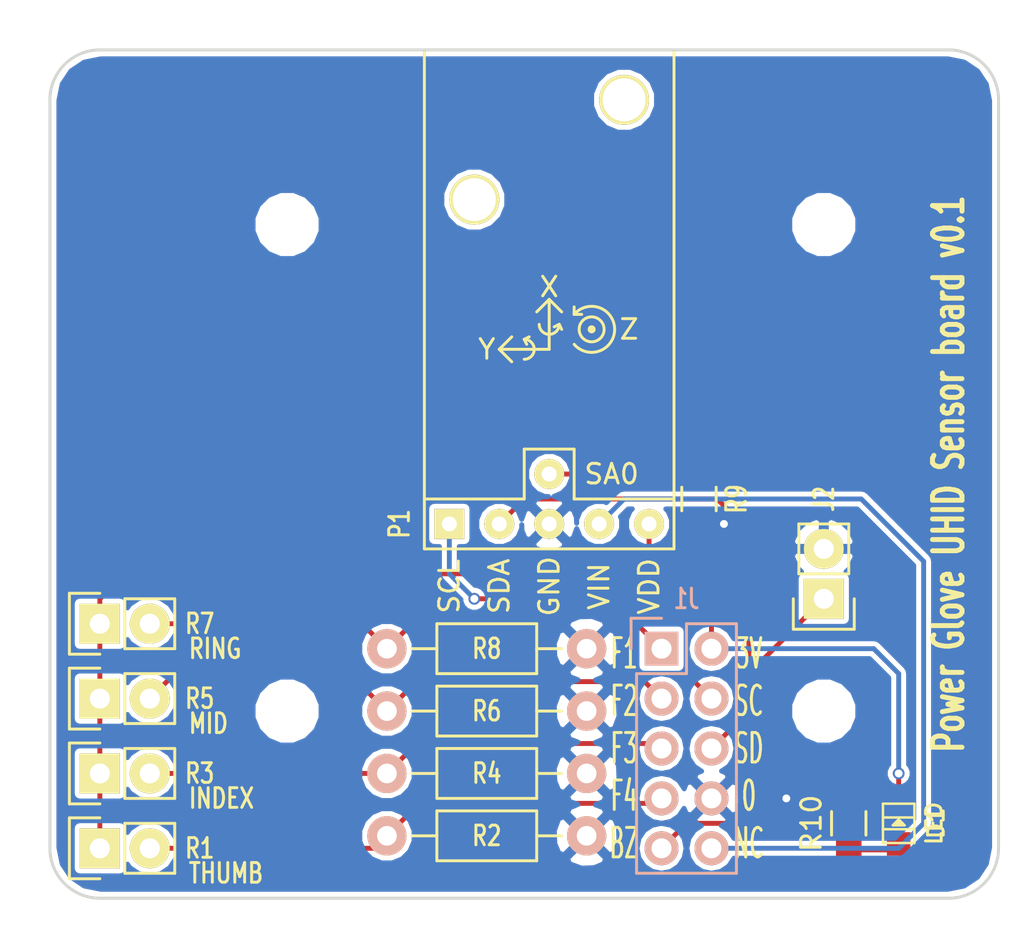
<source format=kicad_pcb>
(kicad_pcb (version 4) (host pcbnew 4.0.1-stable)

  (general
    (links 28)
    (no_connects 4)
    (area 126.924999 76.124999 175.335001 119.455001)
    (thickness 1.6)
    (drawings 19)
    (tracks 73)
    (zones 0)
    (modules 18)
    (nets 13)
  )

  (page A4)
  (layers
    (0 F.Cu signal)
    (31 B.Cu signal)
    (32 B.Adhes user)
    (33 F.Adhes user)
    (34 B.Paste user)
    (35 F.Paste user)
    (36 B.SilkS user)
    (37 F.SilkS user)
    (38 B.Mask user)
    (39 F.Mask user)
    (40 Dwgs.User user)
    (41 Cmts.User user)
    (42 Eco1.User user)
    (43 Eco2.User user)
    (44 Edge.Cuts user)
    (45 Margin user)
    (46 B.CrtYd user)
    (47 F.CrtYd user)
    (48 B.Fab user)
    (49 F.Fab user)
  )

  (setup
    (last_trace_width 0.25)
    (trace_clearance 0.2)
    (zone_clearance 0.254)
    (zone_45_only no)
    (trace_min 0.2)
    (segment_width 0.2)
    (edge_width 0.15)
    (via_size 0.6)
    (via_drill 0.4)
    (via_min_size 0.4)
    (via_min_drill 0.3)
    (uvia_size 0.3)
    (uvia_drill 0.1)
    (uvias_allowed no)
    (uvia_min_size 0.2)
    (uvia_min_drill 0.1)
    (pcb_text_width 0.3)
    (pcb_text_size 1.5 1.5)
    (mod_edge_width 0.15)
    (mod_text_size 0.75 1)
    (mod_text_width 0.15)
    (pad_size 1.7272 1.7272)
    (pad_drill 1.016)
    (pad_to_mask_clearance 0.2)
    (aux_axis_origin 127 76.2)
    (grid_origin 127 76.2)
    (visible_elements 7FFEFFFF)
    (pcbplotparams
      (layerselection 0x01000_00000000)
      (usegerberextensions false)
      (excludeedgelayer true)
      (linewidth 0.200000)
      (plotframeref false)
      (viasonmask false)
      (mode 1)
      (useauxorigin false)
      (hpglpennumber 1)
      (hpglpenspeed 20)
      (hpglpendiameter 15)
      (hpglpenoverlay 2)
      (psnegative false)
      (psa4output false)
      (plotreference true)
      (plotvalue true)
      (plotinvisibletext false)
      (padsonsilk false)
      (subtractmaskfromsilk false)
      (outputformat 1)
      (mirror false)
      (drillshape 0)
      (scaleselection 1)
      (outputdirectory ""))
  )

  (net 0 "")
  (net 1 GND)
  (net 2 "Net-(P1-Pad6)")
  (net 3 /IMU_SCL)
  (net 4 /IMU_SDA)
  (net 5 +3V3)
  (net 6 /FLEX_THUMB)
  (net 7 /FLEX_INDEX)
  (net 8 /FLEX_MIDDLE)
  (net 9 /FLEX_RING)
  (net 10 /BUZZER)
  (net 11 "Net-(D1-Pad1)")
  (net 12 /VIN)

  (net_class Default "This is the default net class."
    (clearance 0.2)
    (trace_width 0.25)
    (via_dia 0.6)
    (via_drill 0.4)
    (uvia_dia 0.3)
    (uvia_drill 0.1)
    (add_net +3V3)
    (add_net /BUZZER)
    (add_net /FLEX_INDEX)
    (add_net /FLEX_MIDDLE)
    (add_net /FLEX_RING)
    (add_net /FLEX_THUMB)
    (add_net /IMU_SCL)
    (add_net /IMU_SDA)
    (add_net /VIN)
    (add_net GND)
    (add_net "Net-(D1-Pad1)")
    (add_net "Net-(P1-Pad6)")
  )

  (module Mounting_Holes:MountingHole_2.7mm_M2.5 (layer F.Cu) (tedit 56F256DF) (tstamp 56F381E5)
    (at 139.065 109.855)
    (descr "Mounting Hole 2.7mm, no annular, M2.5")
    (tags "mounting hole 2.7mm no annular m2.5")
    (fp_text reference REF** (at 0 -3.7) (layer F.SilkS) hide
      (effects (font (size 1 0.75) (thickness 0.15)))
    )
    (fp_text value MountingHole_2.7mm_M2.5 (at 0 3.7) (layer F.Fab)
      (effects (font (size 1 1) (thickness 0.15)))
    )
    (fp_circle (center 0 0) (end 2.7 0) (layer Cmts.User) (width 0.15))
    (fp_circle (center 0 0) (end 2.95 0) (layer F.CrtYd) (width 0.05))
    (pad 1 np_thru_hole circle (at 0 0) (size 2.7 2.7) (drill 2.7) (layers *.Cu *.Mask F.SilkS))
  )

  (module Mounting_Holes:MountingHole_2.7mm_M2.5 (layer F.Cu) (tedit 56F256D6) (tstamp 56F381DF)
    (at 166.37 109.855)
    (descr "Mounting Hole 2.7mm, no annular, M2.5")
    (tags "mounting hole 2.7mm no annular m2.5")
    (fp_text reference REF** (at 0 -3.7) (layer F.SilkS) hide
      (effects (font (size 1 0.75) (thickness 0.15)))
    )
    (fp_text value MountingHole_2.7mm_M2.5 (at 0 3.7) (layer F.Fab)
      (effects (font (size 1 1) (thickness 0.15)))
    )
    (fp_circle (center 0 0) (end 2.7 0) (layer Cmts.User) (width 0.15))
    (fp_circle (center 0 0) (end 2.95 0) (layer F.CrtYd) (width 0.05))
    (pad 1 np_thru_hole circle (at 0 0) (size 2.7 2.7) (drill 2.7) (layers *.Cu *.Mask F.SilkS))
  )

  (module Mounting_Holes:MountingHole_2.7mm_M2.5 (layer F.Cu) (tedit 56F256D9) (tstamp 56F381D9)
    (at 166.37 85.09)
    (descr "Mounting Hole 2.7mm, no annular, M2.5")
    (tags "mounting hole 2.7mm no annular m2.5")
    (fp_text reference REF** (at 0 -3.7) (layer F.SilkS) hide
      (effects (font (size 1 0.75) (thickness 0.15)))
    )
    (fp_text value MountingHole_2.7mm_M2.5 (at 0 3.7) (layer F.Fab)
      (effects (font (size 1 1) (thickness 0.15)))
    )
    (fp_circle (center 0 0) (end 2.7 0) (layer Cmts.User) (width 0.15))
    (fp_circle (center 0 0) (end 2.95 0) (layer F.CrtYd) (width 0.05))
    (pad 1 np_thru_hole circle (at 0 0) (size 2.7 2.7) (drill 2.7) (layers *.Cu *.Mask F.SilkS))
  )

  (module custom:ALTIMU10 (layer F.Cu) (tedit 56C005D9) (tstamp 56C015C4)
    (at 152.4 100.33)
    (path /56C00ADD)
    (fp_text reference P1 (at -7.62 0 90) (layer F.SilkS)
      (effects (font (size 1 0.75) (thickness 0.15)))
    )
    (fp_text value CONN_01X06 (at 0 -5.08) (layer F.Fab)
      (effects (font (size 1 1) (thickness 0.15)))
    )
    (fp_line (start 0.508 -10.16) (end 0.635 -9.906) (layer F.SilkS) (width 0.15))
    (fp_line (start 0.508 -10.16) (end 0.254 -10.033) (layer F.SilkS) (width 0.15))
    (fp_line (start -1.27 -9.398) (end -1.143 -9.144) (layer F.SilkS) (width 0.15))
    (fp_line (start -1.27 -9.398) (end -1.016 -9.525) (layer F.SilkS) (width 0.15))
    (fp_arc (start -1.27 -8.89) (end -1.27 -9.398) (angle 180) (layer F.SilkS) (width 0.15))
    (fp_arc (start 0 -10.16) (end 0.508 -10.16) (angle 180) (layer F.SilkS) (width 0.15))
    (fp_line (start 1.27 -10.668) (end 1.651 -10.668) (layer F.SilkS) (width 0.15))
    (fp_line (start 1.27 -10.668) (end 1.27 -11.049) (layer F.SilkS) (width 0.15))
    (fp_arc (start 2.159 -9.906) (end 1.27 -10.668) (angle 278.7974107) (layer F.SilkS) (width 0.15))
    (fp_circle (center 2.159 -9.906) (end 2.159 -10.541) (layer F.SilkS) (width 0.15))
    (fp_line (start 2.159 -10.033) (end 2.159 -9.779) (layer F.SilkS) (width 0.15))
    (fp_circle (center 2.159 -9.906) (end 2.159 -10.033) (layer F.SilkS) (width 0.15))
    (fp_text user Z (at 4.064 -9.906) (layer F.SilkS)
      (effects (font (size 1 1) (thickness 0.15)))
    )
    (fp_text user Y (at -3.175 -8.89) (layer F.SilkS)
      (effects (font (size 1 1) (thickness 0.15)))
    )
    (fp_text user X (at 0 -12.065) (layer F.SilkS)
      (effects (font (size 1 1) (thickness 0.15)))
    )
    (fp_line (start -2.54 -8.89) (end -1.905 -8.255) (layer F.SilkS) (width 0.15))
    (fp_line (start -2.54 -8.89) (end -1.905 -9.525) (layer F.SilkS) (width 0.15))
    (fp_line (start 0 -8.89) (end -2.54 -8.89) (layer F.SilkS) (width 0.15))
    (fp_line (start 0 -11.43) (end -0.635 -10.795) (layer F.SilkS) (width 0.15))
    (fp_line (start 0 -11.43) (end 0.635 -10.795) (layer F.SilkS) (width 0.15))
    (fp_line (start 0 -8.89) (end 0 -11.43) (layer F.SilkS) (width 0.15))
    (fp_line (start -6.35 -24.13) (end -6.35 -1.27) (layer F.SilkS) (width 0.15))
    (fp_line (start 6.35 -24.13) (end -6.35 -24.13) (layer F.SilkS) (width 0.15))
    (fp_line (start 6.35 -1.27) (end 6.35 -24.13) (layer F.SilkS) (width 0.15))
    (fp_text user SA0 (at 3.175 -2.54) (layer F.SilkS)
      (effects (font (size 1 1) (thickness 0.15)))
    )
    (fp_text user VDD (at 5.08 3.175 270) (layer F.SilkS)
      (effects (font (size 1 1) (thickness 0.15)))
    )
    (fp_text user VIN (at 2.54 3.175 90) (layer F.SilkS)
      (effects (font (size 1 1) (thickness 0.15)))
    )
    (fp_text user GND (at 0 3.175 90) (layer F.SilkS)
      (effects (font (size 1 1) (thickness 0.15)))
    )
    (fp_text user SDA (at -2.54 3.175 90) (layer F.SilkS)
      (effects (font (size 1 1) (thickness 0.15)))
    )
    (fp_text user SCL (at -5.08 3.175 90) (layer F.SilkS)
      (effects (font (size 1 1) (thickness 0.15)))
    )
    (fp_line (start -6.35 -1.27) (end -1.27 -1.27) (layer F.SilkS) (width 0.15))
    (fp_line (start -1.27 -1.27) (end -1.27 -3.81) (layer F.SilkS) (width 0.15))
    (fp_line (start -1.27 -3.81) (end 1.27 -3.81) (layer F.SilkS) (width 0.15))
    (fp_line (start 1.27 -3.81) (end 1.27 -1.27) (layer F.SilkS) (width 0.15))
    (fp_line (start 1.27 -1.27) (end 6.35 -1.27) (layer F.SilkS) (width 0.15))
    (fp_line (start 6.35 -1.27) (end 6.35 1.27) (layer F.SilkS) (width 0.15))
    (fp_line (start 6.35 1.27) (end -6.35 1.27) (layer F.SilkS) (width 0.15))
    (fp_line (start -6.35 1.27) (end -6.35 -1.27) (layer F.SilkS) (width 0.15))
    (pad 6 thru_hole circle (at 0 -2.54) (size 1.524 1.524) (drill 0.762) (layers *.Cu *.Mask F.SilkS)
      (net 2 "Net-(P1-Pad6)"))
    (pad 1 thru_hole rect (at -5.08 0) (size 1.524 1.524) (drill 0.762) (layers *.Cu *.Mask F.SilkS)
      (net 3 /IMU_SCL))
    (pad 2 thru_hole circle (at -2.54 0) (size 1.524 1.524) (drill 0.762) (layers *.Cu *.Mask F.SilkS)
      (net 4 /IMU_SDA))
    (pad 3 thru_hole circle (at 0 0) (size 1.524 1.524) (drill 0.762) (layers *.Cu *.Mask F.SilkS)
      (net 1 GND))
    (pad 4 thru_hole circle (at 2.54 0) (size 1.524 1.524) (drill 0.762) (layers *.Cu *.Mask F.SilkS)
      (net 12 /VIN))
    (pad 5 thru_hole circle (at 5.08 0) (size 1.524 1.524) (drill 0.762) (layers *.Cu *.Mask F.SilkS)
      (net 5 +3V3))
    (pad "" np_thru_hole circle (at 3.81 -21.59) (size 2.54 2.54) (drill 2.1844) (layers *.Cu *.Mask F.SilkS))
    (pad "" np_thru_hole circle (at -3.81 -16.51) (size 2.54 2.54) (drill 2.1844) (layers *.Cu *.Mask F.SilkS))
  )

  (module Resistors_SMD:R_0805_HandSoldering (layer F.Cu) (tedit 54189DEE) (tstamp 56C01602)
    (at 160.02 99.06 90)
    (descr "Resistor SMD 0805, hand soldering")
    (tags "resistor 0805")
    (path /56C0184F)
    (attr smd)
    (fp_text reference R9 (at 0 1.905 90) (layer F.SilkS)
      (effects (font (size 1 0.75) (thickness 0.15)))
    )
    (fp_text value DNP (at 0 2.1 90) (layer F.Fab)
      (effects (font (size 1 1) (thickness 0.15)))
    )
    (fp_line (start -2.4 -1) (end 2.4 -1) (layer F.CrtYd) (width 0.05))
    (fp_line (start -2.4 1) (end 2.4 1) (layer F.CrtYd) (width 0.05))
    (fp_line (start -2.4 -1) (end -2.4 1) (layer F.CrtYd) (width 0.05))
    (fp_line (start 2.4 -1) (end 2.4 1) (layer F.CrtYd) (width 0.05))
    (fp_line (start 0.6 0.875) (end -0.6 0.875) (layer F.SilkS) (width 0.15))
    (fp_line (start -0.6 -0.875) (end 0.6 -0.875) (layer F.SilkS) (width 0.15))
    (pad 1 smd rect (at -1.35 0 90) (size 1.5 1.3) (layers F.Cu F.Paste F.Mask)
      (net 1 GND))
    (pad 2 smd rect (at 1.35 0 90) (size 1.5 1.3) (layers F.Cu F.Paste F.Mask)
      (net 2 "Net-(P1-Pad6)"))
    (model Resistors_SMD.3dshapes/R_0805_HandSoldering.wrl
      (at (xyz 0 0 0))
      (scale (xyz 1 1 1))
      (rotate (xyz 0 0 0))
    )
  )

  (module Socket_Strips:Socket_Strip_Straight_1x02 (layer F.Cu) (tedit 54E9F75E) (tstamp 56C01FB4)
    (at 129.54 116.84)
    (descr "Through hole socket strip")
    (tags "socket strip")
    (path /56BFFADF)
    (fp_text reference R1 (at 5.08 0 180) (layer F.SilkS)
      (effects (font (size 1 0.75) (thickness 0.15)))
    )
    (fp_text value PG_FLEX (at 0 -3.1) (layer F.Fab)
      (effects (font (size 1 1) (thickness 0.15)))
    )
    (fp_line (start -1.55 1.55) (end 0 1.55) (layer F.SilkS) (width 0.15))
    (fp_line (start 3.81 1.27) (end 1.27 1.27) (layer F.SilkS) (width 0.15))
    (fp_line (start -1.75 -1.75) (end -1.75 1.75) (layer F.CrtYd) (width 0.05))
    (fp_line (start 4.3 -1.75) (end 4.3 1.75) (layer F.CrtYd) (width 0.05))
    (fp_line (start -1.75 -1.75) (end 4.3 -1.75) (layer F.CrtYd) (width 0.05))
    (fp_line (start -1.75 1.75) (end 4.3 1.75) (layer F.CrtYd) (width 0.05))
    (fp_line (start 1.27 1.27) (end 1.27 -1.27) (layer F.SilkS) (width 0.15))
    (fp_line (start 0 -1.55) (end -1.55 -1.55) (layer F.SilkS) (width 0.15))
    (fp_line (start -1.55 -1.55) (end -1.55 1.55) (layer F.SilkS) (width 0.15))
    (fp_line (start 1.27 -1.27) (end 3.81 -1.27) (layer F.SilkS) (width 0.15))
    (fp_line (start 3.81 -1.27) (end 3.81 1.27) (layer F.SilkS) (width 0.15))
    (pad 1 thru_hole rect (at 0 0) (size 2.032 2.032) (drill 1.016) (layers *.Cu *.Mask F.SilkS)
      (net 5 +3V3))
    (pad 2 thru_hole oval (at 2.54 0) (size 2.032 2.032) (drill 1.016) (layers *.Cu *.Mask F.SilkS)
      (net 6 /FLEX_THUMB))
  )

  (module Socket_Strips:Socket_Strip_Straight_1x02 (layer F.Cu) (tedit 54E9F75E) (tstamp 56C01FB9)
    (at 129.54 113.03)
    (descr "Through hole socket strip")
    (tags "socket strip")
    (path /56BFFCC9)
    (fp_text reference R3 (at 5.08 0 180) (layer F.SilkS)
      (effects (font (size 1 0.75) (thickness 0.15)))
    )
    (fp_text value PG_FLEX (at 0 -3.1) (layer F.Fab)
      (effects (font (size 1 1) (thickness 0.15)))
    )
    (fp_line (start -1.55 1.55) (end 0 1.55) (layer F.SilkS) (width 0.15))
    (fp_line (start 3.81 1.27) (end 1.27 1.27) (layer F.SilkS) (width 0.15))
    (fp_line (start -1.75 -1.75) (end -1.75 1.75) (layer F.CrtYd) (width 0.05))
    (fp_line (start 4.3 -1.75) (end 4.3 1.75) (layer F.CrtYd) (width 0.05))
    (fp_line (start -1.75 -1.75) (end 4.3 -1.75) (layer F.CrtYd) (width 0.05))
    (fp_line (start -1.75 1.75) (end 4.3 1.75) (layer F.CrtYd) (width 0.05))
    (fp_line (start 1.27 1.27) (end 1.27 -1.27) (layer F.SilkS) (width 0.15))
    (fp_line (start 0 -1.55) (end -1.55 -1.55) (layer F.SilkS) (width 0.15))
    (fp_line (start -1.55 -1.55) (end -1.55 1.55) (layer F.SilkS) (width 0.15))
    (fp_line (start 1.27 -1.27) (end 3.81 -1.27) (layer F.SilkS) (width 0.15))
    (fp_line (start 3.81 -1.27) (end 3.81 1.27) (layer F.SilkS) (width 0.15))
    (pad 1 thru_hole rect (at 0 0) (size 2.032 2.032) (drill 1.016) (layers *.Cu *.Mask F.SilkS)
      (net 5 +3V3))
    (pad 2 thru_hole oval (at 2.54 0) (size 2.032 2.032) (drill 1.016) (layers *.Cu *.Mask F.SilkS)
      (net 7 /FLEX_INDEX))
  )

  (module Socket_Strips:Socket_Strip_Straight_1x02 (layer F.Cu) (tedit 54E9F75E) (tstamp 56C01FBE)
    (at 129.54 109.22)
    (descr "Through hole socket strip")
    (tags "socket strip")
    (path /56BFFCE5)
    (fp_text reference R5 (at 5.08 0 180) (layer F.SilkS)
      (effects (font (size 1 0.75) (thickness 0.15)))
    )
    (fp_text value PG_FLEX (at 0 -3.1) (layer F.Fab)
      (effects (font (size 1 1) (thickness 0.15)))
    )
    (fp_line (start -1.55 1.55) (end 0 1.55) (layer F.SilkS) (width 0.15))
    (fp_line (start 3.81 1.27) (end 1.27 1.27) (layer F.SilkS) (width 0.15))
    (fp_line (start -1.75 -1.75) (end -1.75 1.75) (layer F.CrtYd) (width 0.05))
    (fp_line (start 4.3 -1.75) (end 4.3 1.75) (layer F.CrtYd) (width 0.05))
    (fp_line (start -1.75 -1.75) (end 4.3 -1.75) (layer F.CrtYd) (width 0.05))
    (fp_line (start -1.75 1.75) (end 4.3 1.75) (layer F.CrtYd) (width 0.05))
    (fp_line (start 1.27 1.27) (end 1.27 -1.27) (layer F.SilkS) (width 0.15))
    (fp_line (start 0 -1.55) (end -1.55 -1.55) (layer F.SilkS) (width 0.15))
    (fp_line (start -1.55 -1.55) (end -1.55 1.55) (layer F.SilkS) (width 0.15))
    (fp_line (start 1.27 -1.27) (end 3.81 -1.27) (layer F.SilkS) (width 0.15))
    (fp_line (start 3.81 -1.27) (end 3.81 1.27) (layer F.SilkS) (width 0.15))
    (pad 1 thru_hole rect (at 0 0) (size 2.032 2.032) (drill 1.016) (layers *.Cu *.Mask F.SilkS)
      (net 5 +3V3))
    (pad 2 thru_hole oval (at 2.54 0) (size 2.032 2.032) (drill 1.016) (layers *.Cu *.Mask F.SilkS)
      (net 8 /FLEX_MIDDLE))
  )

  (module Socket_Strips:Socket_Strip_Straight_1x02 (layer F.Cu) (tedit 54E9F75E) (tstamp 56C01FC3)
    (at 129.54 105.41)
    (descr "Through hole socket strip")
    (tags "socket strip")
    (path /56BFFD38)
    (fp_text reference R7 (at 5.08 0 180) (layer F.SilkS)
      (effects (font (size 1 0.75) (thickness 0.15)))
    )
    (fp_text value PG_FLEX (at 0 -3.1) (layer F.Fab)
      (effects (font (size 1 1) (thickness 0.15)))
    )
    (fp_line (start -1.55 1.55) (end 0 1.55) (layer F.SilkS) (width 0.15))
    (fp_line (start 3.81 1.27) (end 1.27 1.27) (layer F.SilkS) (width 0.15))
    (fp_line (start -1.75 -1.75) (end -1.75 1.75) (layer F.CrtYd) (width 0.05))
    (fp_line (start 4.3 -1.75) (end 4.3 1.75) (layer F.CrtYd) (width 0.05))
    (fp_line (start -1.75 -1.75) (end 4.3 -1.75) (layer F.CrtYd) (width 0.05))
    (fp_line (start -1.75 1.75) (end 4.3 1.75) (layer F.CrtYd) (width 0.05))
    (fp_line (start 1.27 1.27) (end 1.27 -1.27) (layer F.SilkS) (width 0.15))
    (fp_line (start 0 -1.55) (end -1.55 -1.55) (layer F.SilkS) (width 0.15))
    (fp_line (start -1.55 -1.55) (end -1.55 1.55) (layer F.SilkS) (width 0.15))
    (fp_line (start 1.27 -1.27) (end 3.81 -1.27) (layer F.SilkS) (width 0.15))
    (fp_line (start 3.81 -1.27) (end 3.81 1.27) (layer F.SilkS) (width 0.15))
    (pad 1 thru_hole rect (at 0 0) (size 2.032 2.032) (drill 1.016) (layers *.Cu *.Mask F.SilkS)
      (net 5 +3V3))
    (pad 2 thru_hole oval (at 2.54 0) (size 2.032 2.032) (drill 1.016) (layers *.Cu *.Mask F.SilkS)
      (net 9 /FLEX_RING))
  )

  (module Socket_Strips:Socket_Strip_Straight_2x05 (layer B.Cu) (tedit 56F259BC) (tstamp 56EFCD26)
    (at 158.115 106.68 270)
    (descr "Through hole socket strip")
    (tags "socket strip")
    (path /56EFE1BF)
    (fp_text reference J1 (at -2.54 -1.27 540) (layer B.SilkS)
      (effects (font (size 1 0.75) (thickness 0.15)) (justify mirror))
    )
    (fp_text value HEADER_5x2 (at 0 3.1 270) (layer B.Fab)
      (effects (font (size 1 1) (thickness 0.15)) (justify mirror))
    )
    (fp_line (start -1.75 1.75) (end -1.75 -4.3) (layer B.CrtYd) (width 0.05))
    (fp_line (start 11.95 1.75) (end 11.95 -4.3) (layer B.CrtYd) (width 0.05))
    (fp_line (start -1.75 1.75) (end 11.95 1.75) (layer B.CrtYd) (width 0.05))
    (fp_line (start -1.75 -4.3) (end 11.95 -4.3) (layer B.CrtYd) (width 0.05))
    (fp_line (start -1.27 -3.81) (end 11.43 -3.81) (layer B.SilkS) (width 0.15))
    (fp_line (start 11.43 -3.81) (end 11.43 1.27) (layer B.SilkS) (width 0.15))
    (fp_line (start 11.43 1.27) (end 1.27 1.27) (layer B.SilkS) (width 0.15))
    (fp_line (start -1.27 -3.81) (end -1.27 -1.27) (layer B.SilkS) (width 0.15))
    (fp_line (start 0 1.55) (end -1.55 1.55) (layer B.SilkS) (width 0.15))
    (fp_line (start -1.27 -1.27) (end 1.27 -1.27) (layer B.SilkS) (width 0.15))
    (fp_line (start 1.27 -1.27) (end 1.27 1.27) (layer B.SilkS) (width 0.15))
    (fp_line (start -1.55 1.55) (end -1.55 0) (layer B.SilkS) (width 0.15))
    (pad 1 thru_hole rect (at 0 0 270) (size 1.7272 1.7272) (drill 1.016) (layers *.Cu *.Mask B.SilkS)
      (net 9 /FLEX_RING))
    (pad 2 thru_hole oval (at 0 -2.54 270) (size 1.7272 1.7272) (drill 1.016) (layers *.Cu *.Mask B.SilkS)
      (net 5 +3V3))
    (pad 3 thru_hole oval (at 2.54 0 270) (size 1.7272 1.7272) (drill 1.016) (layers *.Cu *.Mask B.SilkS)
      (net 8 /FLEX_MIDDLE))
    (pad 4 thru_hole oval (at 2.54 -2.54 270) (size 1.7272 1.7272) (drill 1.016) (layers *.Cu *.Mask B.SilkS)
      (net 3 /IMU_SCL))
    (pad 5 thru_hole oval (at 5.08 0 270) (size 1.7272 1.7272) (drill 1.016) (layers *.Cu *.Mask B.SilkS)
      (net 7 /FLEX_INDEX))
    (pad 6 thru_hole oval (at 5.08 -2.54 270) (size 1.7272 1.7272) (drill 1.016) (layers *.Cu *.Mask B.SilkS)
      (net 4 /IMU_SDA))
    (pad 7 thru_hole oval (at 7.62 0 270) (size 1.7272 1.7272) (drill 1.016) (layers *.Cu *.Mask B.SilkS)
      (net 6 /FLEX_THUMB))
    (pad 8 thru_hole oval (at 7.62 -2.54 225) (size 1.7272 1.7272) (drill 1.016) (layers *.Cu *.Mask B.SilkS)
      (net 1 GND))
    (pad 9 thru_hole oval (at 10.16 0 270) (size 1.7272 1.7272) (drill 1.016) (layers *.Cu *.Mask B.SilkS)
      (net 10 /BUZZER))
    (pad 10 thru_hole oval (at 10.16 -2.54 270) (size 1.7272 1.7272) (drill 1.016) (layers *.Cu *.Mask B.SilkS)
      (net 12 /VIN))
    (model Socket_Strips.3dshapes/Socket_Strip_Straight_2x05.wrl
      (at (xyz 0.2 -0.05 0))
      (scale (xyz 1 1 1))
      (rotate (xyz 0 0 180))
    )
  )

  (module Socket_Strips:Socket_Strip_Straight_1x02 (layer F.Cu) (tedit 54E9F75E) (tstamp 56EFCD2C)
    (at 166.37 104.14 90)
    (descr "Through hole socket strip")
    (tags "socket strip")
    (path /56F01005)
    (fp_text reference J2 (at 5.08 0 270) (layer F.SilkS)
      (effects (font (size 1 0.75) (thickness 0.15)))
    )
    (fp_text value HEADER_2 (at 0 -3.1 90) (layer F.Fab)
      (effects (font (size 1 1) (thickness 0.15)))
    )
    (fp_line (start -1.55 1.55) (end 0 1.55) (layer F.SilkS) (width 0.15))
    (fp_line (start 3.81 1.27) (end 1.27 1.27) (layer F.SilkS) (width 0.15))
    (fp_line (start -1.75 -1.75) (end -1.75 1.75) (layer F.CrtYd) (width 0.05))
    (fp_line (start 4.3 -1.75) (end 4.3 1.75) (layer F.CrtYd) (width 0.05))
    (fp_line (start -1.75 -1.75) (end 4.3 -1.75) (layer F.CrtYd) (width 0.05))
    (fp_line (start -1.75 1.75) (end 4.3 1.75) (layer F.CrtYd) (width 0.05))
    (fp_line (start 1.27 1.27) (end 1.27 -1.27) (layer F.SilkS) (width 0.15))
    (fp_line (start 0 -1.55) (end -1.55 -1.55) (layer F.SilkS) (width 0.15))
    (fp_line (start -1.55 -1.55) (end -1.55 1.55) (layer F.SilkS) (width 0.15))
    (fp_line (start 1.27 -1.27) (end 3.81 -1.27) (layer F.SilkS) (width 0.15))
    (fp_line (start 3.81 -1.27) (end 3.81 1.27) (layer F.SilkS) (width 0.15))
    (pad 1 thru_hole rect (at 0 0 90) (size 2.032 2.032) (drill 1.016) (layers *.Cu *.Mask F.SilkS)
      (net 10 /BUZZER))
    (pad 2 thru_hole oval (at 2.54 0 90) (size 2.032 2.032) (drill 1.016) (layers *.Cu *.Mask F.SilkS)
      (net 1 GND))
  )

  (module Resistors_ThroughHole:Resistor_Horizontal_RM10mm (layer F.Cu) (tedit 56648415) (tstamp 56EFCD55)
    (at 144.145 116.205)
    (descr "Resistor, Axial,  RM 10mm, 1/3W")
    (tags "Resistor Axial RM 10mm 1/3W")
    (path /56BFFF55)
    (fp_text reference R2 (at 5.08 0) (layer F.SilkS)
      (effects (font (size 1 0.75) (thickness 0.15)))
    )
    (fp_text value 1M (at 5.08 3.81) (layer F.Fab)
      (effects (font (size 1 1) (thickness 0.15)))
    )
    (fp_line (start -1.25 -1.5) (end 11.4 -1.5) (layer F.CrtYd) (width 0.05))
    (fp_line (start -1.25 1.5) (end -1.25 -1.5) (layer F.CrtYd) (width 0.05))
    (fp_line (start 11.4 -1.5) (end 11.4 1.5) (layer F.CrtYd) (width 0.05))
    (fp_line (start -1.25 1.5) (end 11.4 1.5) (layer F.CrtYd) (width 0.05))
    (fp_line (start 2.54 -1.27) (end 7.62 -1.27) (layer F.SilkS) (width 0.15))
    (fp_line (start 7.62 -1.27) (end 7.62 1.27) (layer F.SilkS) (width 0.15))
    (fp_line (start 7.62 1.27) (end 2.54 1.27) (layer F.SilkS) (width 0.15))
    (fp_line (start 2.54 1.27) (end 2.54 -1.27) (layer F.SilkS) (width 0.15))
    (fp_line (start 2.54 0) (end 1.27 0) (layer F.SilkS) (width 0.15))
    (fp_line (start 7.62 0) (end 8.89 0) (layer F.SilkS) (width 0.15))
    (pad 1 thru_hole circle (at 0 0) (size 1.99898 1.99898) (drill 1.00076) (layers *.Cu *.SilkS *.Mask)
      (net 6 /FLEX_THUMB))
    (pad 2 thru_hole circle (at 10.16 0) (size 1.99898 1.99898) (drill 1.00076) (layers *.Cu *.SilkS *.Mask)
      (net 1 GND))
    (model Resistors_ThroughHole.3dshapes/Resistor_Horizontal_RM10mm.wrl
      (at (xyz 0.2 0 0))
      (scale (xyz 0.4 0.4 0.4))
      (rotate (xyz 0 0 0))
    )
  )

  (module Resistors_ThroughHole:Resistor_Horizontal_RM10mm (layer F.Cu) (tedit 56648415) (tstamp 56EFCD5A)
    (at 144.145 113.03)
    (descr "Resistor, Axial,  RM 10mm, 1/3W")
    (tags "Resistor Axial RM 10mm 1/3W")
    (path /56BFFFCC)
    (fp_text reference R4 (at 5.08 0) (layer F.SilkS)
      (effects (font (size 1 0.75) (thickness 0.15)))
    )
    (fp_text value 1M (at 5.08 3.81) (layer F.Fab)
      (effects (font (size 1 1) (thickness 0.15)))
    )
    (fp_line (start -1.25 -1.5) (end 11.4 -1.5) (layer F.CrtYd) (width 0.05))
    (fp_line (start -1.25 1.5) (end -1.25 -1.5) (layer F.CrtYd) (width 0.05))
    (fp_line (start 11.4 -1.5) (end 11.4 1.5) (layer F.CrtYd) (width 0.05))
    (fp_line (start -1.25 1.5) (end 11.4 1.5) (layer F.CrtYd) (width 0.05))
    (fp_line (start 2.54 -1.27) (end 7.62 -1.27) (layer F.SilkS) (width 0.15))
    (fp_line (start 7.62 -1.27) (end 7.62 1.27) (layer F.SilkS) (width 0.15))
    (fp_line (start 7.62 1.27) (end 2.54 1.27) (layer F.SilkS) (width 0.15))
    (fp_line (start 2.54 1.27) (end 2.54 -1.27) (layer F.SilkS) (width 0.15))
    (fp_line (start 2.54 0) (end 1.27 0) (layer F.SilkS) (width 0.15))
    (fp_line (start 7.62 0) (end 8.89 0) (layer F.SilkS) (width 0.15))
    (pad 1 thru_hole circle (at 0 0) (size 1.99898 1.99898) (drill 1.00076) (layers *.Cu *.SilkS *.Mask)
      (net 7 /FLEX_INDEX))
    (pad 2 thru_hole circle (at 10.16 0) (size 1.99898 1.99898) (drill 1.00076) (layers *.Cu *.SilkS *.Mask)
      (net 1 GND))
    (model Resistors_ThroughHole.3dshapes/Resistor_Horizontal_RM10mm.wrl
      (at (xyz 0.2 0 0))
      (scale (xyz 0.4 0.4 0.4))
      (rotate (xyz 0 0 0))
    )
  )

  (module Resistors_ThroughHole:Resistor_Horizontal_RM10mm (layer F.Cu) (tedit 56648415) (tstamp 56EFCD5F)
    (at 144.145 109.855)
    (descr "Resistor, Axial,  RM 10mm, 1/3W")
    (tags "Resistor Axial RM 10mm 1/3W")
    (path /56BFFFF6)
    (fp_text reference R6 (at 5.08 0) (layer F.SilkS)
      (effects (font (size 1 0.75) (thickness 0.15)))
    )
    (fp_text value 1M (at 5.08 3.81) (layer F.Fab)
      (effects (font (size 1 1) (thickness 0.15)))
    )
    (fp_line (start -1.25 -1.5) (end 11.4 -1.5) (layer F.CrtYd) (width 0.05))
    (fp_line (start -1.25 1.5) (end -1.25 -1.5) (layer F.CrtYd) (width 0.05))
    (fp_line (start 11.4 -1.5) (end 11.4 1.5) (layer F.CrtYd) (width 0.05))
    (fp_line (start -1.25 1.5) (end 11.4 1.5) (layer F.CrtYd) (width 0.05))
    (fp_line (start 2.54 -1.27) (end 7.62 -1.27) (layer F.SilkS) (width 0.15))
    (fp_line (start 7.62 -1.27) (end 7.62 1.27) (layer F.SilkS) (width 0.15))
    (fp_line (start 7.62 1.27) (end 2.54 1.27) (layer F.SilkS) (width 0.15))
    (fp_line (start 2.54 1.27) (end 2.54 -1.27) (layer F.SilkS) (width 0.15))
    (fp_line (start 2.54 0) (end 1.27 0) (layer F.SilkS) (width 0.15))
    (fp_line (start 7.62 0) (end 8.89 0) (layer F.SilkS) (width 0.15))
    (pad 1 thru_hole circle (at 0 0) (size 1.99898 1.99898) (drill 1.00076) (layers *.Cu *.SilkS *.Mask)
      (net 8 /FLEX_MIDDLE))
    (pad 2 thru_hole circle (at 10.16 0) (size 1.99898 1.99898) (drill 1.00076) (layers *.Cu *.SilkS *.Mask)
      (net 1 GND))
    (model Resistors_ThroughHole.3dshapes/Resistor_Horizontal_RM10mm.wrl
      (at (xyz 0.2 0 0))
      (scale (xyz 0.4 0.4 0.4))
      (rotate (xyz 0 0 0))
    )
  )

  (module Resistors_ThroughHole:Resistor_Horizontal_RM10mm (layer F.Cu) (tedit 56648415) (tstamp 56EFCD64)
    (at 144.145 106.68)
    (descr "Resistor, Axial,  RM 10mm, 1/3W")
    (tags "Resistor Axial RM 10mm 1/3W")
    (path /56C00025)
    (fp_text reference R8 (at 5.08 0) (layer F.SilkS)
      (effects (font (size 1 0.75) (thickness 0.15)))
    )
    (fp_text value 1M (at 5.08 3.81) (layer F.Fab)
      (effects (font (size 1 1) (thickness 0.15)))
    )
    (fp_line (start -1.25 -1.5) (end 11.4 -1.5) (layer F.CrtYd) (width 0.05))
    (fp_line (start -1.25 1.5) (end -1.25 -1.5) (layer F.CrtYd) (width 0.05))
    (fp_line (start 11.4 -1.5) (end 11.4 1.5) (layer F.CrtYd) (width 0.05))
    (fp_line (start -1.25 1.5) (end 11.4 1.5) (layer F.CrtYd) (width 0.05))
    (fp_line (start 2.54 -1.27) (end 7.62 -1.27) (layer F.SilkS) (width 0.15))
    (fp_line (start 7.62 -1.27) (end 7.62 1.27) (layer F.SilkS) (width 0.15))
    (fp_line (start 7.62 1.27) (end 2.54 1.27) (layer F.SilkS) (width 0.15))
    (fp_line (start 2.54 1.27) (end 2.54 -1.27) (layer F.SilkS) (width 0.15))
    (fp_line (start 2.54 0) (end 1.27 0) (layer F.SilkS) (width 0.15))
    (fp_line (start 7.62 0) (end 8.89 0) (layer F.SilkS) (width 0.15))
    (pad 1 thru_hole circle (at 0 0) (size 1.99898 1.99898) (drill 1.00076) (layers *.Cu *.SilkS *.Mask)
      (net 9 /FLEX_RING))
    (pad 2 thru_hole circle (at 10.16 0) (size 1.99898 1.99898) (drill 1.00076) (layers *.Cu *.SilkS *.Mask)
      (net 1 GND))
    (model Resistors_ThroughHole.3dshapes/Resistor_Horizontal_RM10mm.wrl
      (at (xyz 0.2 0 0))
      (scale (xyz 0.4 0.4 0.4))
      (rotate (xyz 0 0 0))
    )
  )

  (module Mounting_Holes:MountingHole_2.7mm_M2.5 (layer F.Cu) (tedit 56F256DC) (tstamp 56F381D7)
    (at 139.065 85.09)
    (descr "Mounting Hole 2.7mm, no annular, M2.5")
    (tags "mounting hole 2.7mm no annular m2.5")
    (fp_text reference REF** (at 0 -3.7) (layer F.SilkS) hide
      (effects (font (size 1 0.75) (thickness 0.15)))
    )
    (fp_text value MountingHole_2.7mm_M2.5 (at 0 3.7) (layer F.Fab)
      (effects (font (size 1 1) (thickness 0.15)))
    )
    (fp_circle (center 0 0) (end 2.7 0) (layer Cmts.User) (width 0.15))
    (fp_circle (center 0 0) (end 2.95 0) (layer F.CrtYd) (width 0.05))
    (pad 1 np_thru_hole circle (at 0 0) (size 2.7 2.7) (drill 2.7) (layers *.Cu *.Mask F.SilkS))
  )

  (module w_smd_leds:Led_0805 (layer F.Cu) (tedit 0) (tstamp 56F5F66F)
    (at 170.18 115.57 90)
    (descr "SMD LED, 0805")
    (path /56F271D5)
    (fp_text reference D1 (at 0 1.905 90) (layer F.SilkS)
      (effects (font (size 0.8001 0.8001) (thickness 0.14986)))
    )
    (fp_text value LED (at 0 1.80086 90) (layer F.SilkS)
      (effects (font (size 0.8001 0.8001) (thickness 0.14986)))
    )
    (fp_line (start 0.20066 0) (end -0.09906 -0.29972) (layer F.SilkS) (width 0.127))
    (fp_line (start -0.09906 -0.29972) (end -0.09906 0.29972) (layer F.SilkS) (width 0.127))
    (fp_line (start -0.09906 0.29972) (end 0.20066 0) (layer F.SilkS) (width 0.127))
    (fp_line (start 0.09906 0.09906) (end 0.09906 -0.09906) (layer F.SilkS) (width 0.127))
    (fp_line (start 0 -0.20066) (end 0 0.20066) (layer F.SilkS) (width 0.127))
    (fp_line (start 0.29972 0.8001) (end 0.29972 -0.8001) (layer F.SilkS) (width 0.127))
    (fp_line (start -0.29972 -0.8001) (end -0.29972 0.8001) (layer F.SilkS) (width 0.127))
    (fp_line (start -1.00076 -0.8001) (end 1.00076 -0.8001) (layer F.SilkS) (width 0.127))
    (fp_line (start 1.00076 -0.8001) (end 1.00076 0.8001) (layer F.SilkS) (width 0.127))
    (fp_line (start 1.00076 0.8001) (end -1.00076 0.8001) (layer F.SilkS) (width 0.127))
    (fp_line (start -1.00076 0.8001) (end -1.00076 -0.8001) (layer F.SilkS) (width 0.127))
    (pad 1 smd rect (at -1.04902 0 90) (size 1.19888 1.19888) (layers F.Cu F.Paste F.Mask)
      (net 11 "Net-(D1-Pad1)"))
    (pad 2 smd rect (at 1.04902 0 90) (size 1.19888 1.19888) (layers F.Cu F.Paste F.Mask)
      (net 5 +3V3))
    (model walter/smd_leds/led_0805.wrl
      (at (xyz 0 0 0))
      (scale (xyz 1 1 1))
      (rotate (xyz 0 0 0))
    )
  )

  (module Resistors_SMD:R_0805_HandSoldering (layer F.Cu) (tedit 54189DEE) (tstamp 56F5F67B)
    (at 167.64 115.57 270)
    (descr "Resistor SMD 0805, hand soldering")
    (tags "resistor 0805")
    (path /56F27C3E)
    (attr smd)
    (fp_text reference R10 (at 0 1.905 270) (layer F.SilkS)
      (effects (font (size 1 1) (thickness 0.15)))
    )
    (fp_text value 1k (at 0 2.1 270) (layer F.Fab)
      (effects (font (size 1 1) (thickness 0.15)))
    )
    (fp_line (start -2.4 -1) (end 2.4 -1) (layer F.CrtYd) (width 0.05))
    (fp_line (start -2.4 1) (end 2.4 1) (layer F.CrtYd) (width 0.05))
    (fp_line (start -2.4 -1) (end -2.4 1) (layer F.CrtYd) (width 0.05))
    (fp_line (start 2.4 -1) (end 2.4 1) (layer F.CrtYd) (width 0.05))
    (fp_line (start 0.6 0.875) (end -0.6 0.875) (layer F.SilkS) (width 0.15))
    (fp_line (start -0.6 -0.875) (end 0.6 -0.875) (layer F.SilkS) (width 0.15))
    (pad 1 smd rect (at -1.35 0 270) (size 1.5 1.3) (layers F.Cu F.Paste F.Mask)
      (net 1 GND))
    (pad 2 smd rect (at 1.35 0 270) (size 1.5 1.3) (layers F.Cu F.Paste F.Mask)
      (net 11 "Net-(D1-Pad1)"))
    (model Resistors_SMD.3dshapes/R_0805_HandSoldering.wrl
      (at (xyz 0 0 0))
      (scale (xyz 1 1 1))
      (rotate (xyz 0 0 0))
    )
  )

  (gr_text RING (at 133.985 106.68) (layer F.SilkS) (tstamp 56F38B60)
    (effects (font (size 1 0.75) (thickness 0.15)) (justify left))
  )
  (gr_text MID (at 133.985 110.49) (layer F.SilkS) (tstamp 56F38B5D)
    (effects (font (size 1 0.75) (thickness 0.15)) (justify left))
  )
  (gr_text INDEX (at 133.985 114.3) (layer F.SilkS) (tstamp 56F38B5A)
    (effects (font (size 1 0.75) (thickness 0.15)) (justify left))
  )
  (gr_text THUMB (at 133.985 118.11) (layer F.SilkS)
    (effects (font (size 1 0.75) (thickness 0.15)) (justify left))
  )
  (gr_text "3V\nSC\nSD\n0\nNC" (at 162.56 111.76) (layer F.SilkS)
    (effects (font (size 1.5 0.75) (thickness 0.15)))
  )
  (gr_text "F1\nF2\nF3\nF4\nBZ" (at 156.21 111.76) (layer F.SilkS)
    (effects (font (size 1.5 0.75) (thickness 0.15)))
  )
  (gr_text "Power Glove UHID Sensor board v0.1" (at 172.72 97.79 90) (layer F.SilkS)
    (effects (font (size 1.5 1) (thickness 0.25)))
  )
  (gr_arc (start 172.72 78.74) (end 172.72 76.2) (angle 90) (layer Edge.Cuts) (width 0.15))
  (gr_arc (start 172.72 116.84) (end 175.26 116.84) (angle 90) (layer Edge.Cuts) (width 0.15))
  (gr_arc (start 129.54 116.84) (end 129.54 119.38) (angle 90) (layer Edge.Cuts) (width 0.15))
  (gr_arc (start 129.54 78.74) (end 127 78.74) (angle 90) (layer Edge.Cuts) (width 0.15))
  (gr_circle (center 166.37 109.855) (end 166.37 109.22) (layer Cmts.User) (width 0.2))
  (gr_circle (center 166.37 85.09) (end 166.37 85.725) (layer Cmts.User) (width 0.2))
  (gr_circle (center 139.065 109.855) (end 139.065 109.22) (layer Cmts.User) (width 0.2))
  (gr_circle (center 139.065 85.09) (end 139.065 85.725) (layer Cmts.User) (width 0.2))
  (gr_line (start 127 116.84) (end 127 78.74) (layer Edge.Cuts) (width 0.15))
  (gr_line (start 172.72 119.38) (end 129.54 119.38) (layer Edge.Cuts) (width 0.15))
  (gr_line (start 175.26 78.74) (end 175.26 116.84) (layer Edge.Cuts) (width 0.15))
  (gr_line (start 129.54 76.2) (end 172.72 76.2) (layer Edge.Cuts) (width 0.15))

  (segment (start 167.64 114.22) (end 164.545 114.22) (width 0.25) (layer F.Cu) (net 1))
  (segment (start 164.545 114.22) (end 164.465 114.3) (width 0.25) (layer F.Cu) (net 1))
  (via (at 164.465 114.3) (size 0.6) (drill 0.4) (layers F.Cu B.Cu) (net 1))
  (segment (start 160.02 100.41) (end 161.21 100.41) (width 0.25) (layer F.Cu) (net 1))
  (segment (start 161.21 100.41) (end 161.29 100.33) (width 0.25) (layer F.Cu) (net 1))
  (via (at 161.29 100.33) (size 0.6) (drill 0.4) (layers F.Cu B.Cu) (net 1))
  (segment (start 152.4 97.79) (end 159.94 97.79) (width 0.25) (layer F.Cu) (net 2))
  (segment (start 159.94 97.79) (end 160.02 97.71) (width 0.25) (layer F.Cu) (net 2))
  (segment (start 159.385 105.41) (end 159.385 107.95) (width 0.25) (layer F.Cu) (net 3))
  (segment (start 159.791401 108.356401) (end 160.655 109.22) (width 0.25) (layer F.Cu) (net 3))
  (segment (start 148.59 104.14) (end 158.115 104.14) (width 0.25) (layer F.Cu) (net 3))
  (segment (start 158.115 104.14) (end 159.385 105.41) (width 0.25) (layer F.Cu) (net 3))
  (segment (start 159.385 107.95) (end 159.791401 108.356401) (width 0.25) (layer F.Cu) (net 3))
  (segment (start 147.32 100.33) (end 147.32 102.87) (width 0.25) (layer B.Cu) (net 3))
  (segment (start 147.32 102.87) (end 148.59 104.14) (width 0.25) (layer B.Cu) (net 3))
  (via (at 148.59 104.14) (size 0.6) (drill 0.4) (layers F.Cu B.Cu) (net 3))
  (segment (start 149.86 100.33) (end 151.13 99.06) (width 0.25) (layer F.Cu) (net 4))
  (segment (start 151.13 99.06) (end 160.945002 99.06) (width 0.25) (layer F.Cu) (net 4))
  (segment (start 160.945002 99.06) (end 162.56 100.674998) (width 0.25) (layer F.Cu) (net 4))
  (segment (start 162.56 100.674998) (end 162.56 109.855) (width 0.25) (layer F.Cu) (net 4))
  (segment (start 162.56 109.855) (end 161.518599 110.896401) (width 0.25) (layer F.Cu) (net 4))
  (segment (start 161.518599 110.896401) (end 160.655 111.76) (width 0.25) (layer F.Cu) (net 4))
  (segment (start 170.18 113.03) (end 170.18 114.52098) (width 0.25) (layer F.Cu) (net 5))
  (segment (start 170.18 107.95) (end 170.18 113.03) (width 0.25) (layer B.Cu) (net 5))
  (via (at 170.18 113.03) (size 0.6) (drill 0.4) (layers F.Cu B.Cu) (net 5))
  (segment (start 168.91 106.68) (end 170.18 107.95) (width 0.25) (layer B.Cu) (net 5))
  (segment (start 160.655 106.68) (end 168.91 106.68) (width 0.25) (layer B.Cu) (net 5))
  (segment (start 157.48 102.87) (end 158.75 102.87) (width 0.25) (layer F.Cu) (net 5))
  (segment (start 158.75 102.87) (end 160.655 104.775) (width 0.25) (layer F.Cu) (net 5))
  (segment (start 160.655 104.775) (end 160.655 106.68) (width 0.25) (layer F.Cu) (net 5))
  (segment (start 156.845 102.87) (end 157.48 102.87) (width 0.25) (layer F.Cu) (net 5))
  (segment (start 157.48 102.87) (end 157.48 102.235) (width 0.25) (layer F.Cu) (net 5))
  (segment (start 157.48 102.235) (end 157.48 100.33) (width 0.25) (layer F.Cu) (net 5))
  (segment (start 130.814 102.87) (end 156.845 102.87) (width 0.25) (layer F.Cu) (net 5))
  (segment (start 129.54 105.41) (end 129.54 104.144) (width 0.25) (layer F.Cu) (net 5))
  (segment (start 129.54 104.144) (end 130.814 102.87) (width 0.25) (layer F.Cu) (net 5))
  (segment (start 129.54 109.22) (end 129.54 105.41) (width 0.25) (layer F.Cu) (net 5))
  (segment (start 129.54 113.03) (end 129.54 109.22) (width 0.25) (layer F.Cu) (net 5))
  (segment (start 129.54 116.84) (end 129.54 113.03) (width 0.25) (layer F.Cu) (net 5))
  (segment (start 144.145 116.205) (end 145.796 114.554) (width 0.25) (layer F.Cu) (net 6))
  (segment (start 145.796 114.554) (end 157.861 114.554) (width 0.25) (layer F.Cu) (net 6))
  (segment (start 157.861 114.554) (end 158.115 114.3) (width 0.25) (layer F.Cu) (net 6))
  (segment (start 132.08 116.84) (end 143.51 116.84) (width 0.25) (layer F.Cu) (net 6))
  (segment (start 143.51 116.84) (end 144.145 116.205) (width 0.25) (layer F.Cu) (net 6))
  (segment (start 144.145 113.03) (end 145.669 111.506) (width 0.25) (layer F.Cu) (net 7))
  (segment (start 145.669 111.506) (end 157.861 111.506) (width 0.25) (layer F.Cu) (net 7))
  (segment (start 157.861 111.506) (end 158.115 111.76) (width 0.25) (layer F.Cu) (net 7))
  (segment (start 132.08 113.03) (end 144.145 113.03) (width 0.25) (layer F.Cu) (net 7))
  (segment (start 144.145 109.855) (end 145.643599 108.356401) (width 0.25) (layer F.Cu) (net 8))
  (segment (start 145.643599 108.356401) (end 157.251401 108.356401) (width 0.25) (layer F.Cu) (net 8))
  (segment (start 157.251401 108.356401) (end 158.115 109.22) (width 0.25) (layer F.Cu) (net 8))
  (segment (start 132.08 109.22) (end 133.985 107.315) (width 0.25) (layer F.Cu) (net 8))
  (segment (start 133.985 107.315) (end 141.605 107.315) (width 0.25) (layer F.Cu) (net 8))
  (segment (start 141.605 107.315) (end 143.145511 108.855511) (width 0.25) (layer F.Cu) (net 8))
  (segment (start 143.145511 108.855511) (end 144.145 109.855) (width 0.25) (layer F.Cu) (net 8))
  (segment (start 144.145 106.68) (end 145.796 105.029) (width 0.25) (layer F.Cu) (net 9))
  (segment (start 145.796 105.029) (end 156.464 105.029) (width 0.25) (layer F.Cu) (net 9))
  (segment (start 156.464 105.029) (end 158.115 106.68) (width 0.25) (layer F.Cu) (net 9))
  (segment (start 132.08 105.41) (end 142.875 105.41) (width 0.25) (layer F.Cu) (net 9))
  (segment (start 142.875 105.41) (end 144.145 106.68) (width 0.25) (layer F.Cu) (net 9))
  (segment (start 158.115 116.84) (end 159.385 115.57) (width 0.25) (layer F.Cu) (net 10))
  (segment (start 163.195 107.315) (end 166.37 104.14) (width 0.25) (layer F.Cu) (net 10))
  (segment (start 159.385 115.57) (end 161.925 115.57) (width 0.25) (layer F.Cu) (net 10))
  (segment (start 161.925 115.57) (end 163.195 114.3) (width 0.25) (layer F.Cu) (net 10))
  (segment (start 163.195 114.3) (end 163.195 107.315) (width 0.25) (layer F.Cu) (net 10))
  (segment (start 167.64 116.92) (end 169.87902 116.92) (width 0.25) (layer F.Cu) (net 11))
  (segment (start 169.87902 116.92) (end 170.18 116.61902) (width 0.25) (layer F.Cu) (net 11))
  (segment (start 170.18 116.84) (end 160.655 116.84) (width 0.25) (layer B.Cu) (net 12))
  (segment (start 171.45 115.57) (end 170.18 116.84) (width 0.25) (layer B.Cu) (net 12))
  (segment (start 171.45 102.235) (end 171.45 115.57) (width 0.25) (layer B.Cu) (net 12))
  (segment (start 168.275 99.06) (end 171.45 102.235) (width 0.25) (layer B.Cu) (net 12))
  (segment (start 156.21 99.06) (end 168.275 99.06) (width 0.25) (layer B.Cu) (net 12))
  (segment (start 154.94 100.33) (end 156.21 99.06) (width 0.25) (layer B.Cu) (net 12))

  (zone (net 1) (net_name GND) (layer B.Cu) (tstamp 0) (hatch edge 0.508)
    (connect_pads (clearance 0.254))
    (min_thickness 0.254)
    (fill yes (arc_segments 16) (thermal_gap 0.508) (thermal_bridge_width 0.508))
    (polygon
      (pts
        (xy 124.46 73.66) (xy 175.26 73.66) (xy 175.26 119.38) (xy 124.46 119.38)
      )
    )
    (filled_polygon
      (pts
        (xy 173.514094 76.822888) (xy 174.187293 77.272707) (xy 174.637112 77.945906) (xy 174.804 78.784911) (xy 174.804 116.795089)
        (xy 174.637112 117.634094) (xy 174.187293 118.307293) (xy 173.514094 118.757112) (xy 172.675089 118.924) (xy 129.584911 118.924)
        (xy 128.745906 118.757112) (xy 128.072707 118.307293) (xy 127.622888 117.634094) (xy 127.456 116.795089) (xy 127.456 115.824)
        (xy 128.135536 115.824) (xy 128.135536 117.856) (xy 128.162103 117.99719) (xy 128.245546 118.126865) (xy 128.372866 118.213859)
        (xy 128.524 118.244464) (xy 130.556 118.244464) (xy 130.69719 118.217897) (xy 130.826865 118.134454) (xy 130.913859 118.007134)
        (xy 130.944464 117.856) (xy 130.944464 117.647728) (xy 131.064803 117.827828) (xy 131.518022 118.13066) (xy 132.052631 118.237)
        (xy 132.107369 118.237) (xy 132.641978 118.13066) (xy 133.095197 117.827828) (xy 133.398029 117.374609) (xy 133.504369 116.84)
        (xy 133.432441 116.478392) (xy 142.764271 116.478392) (xy 142.973995 116.985963) (xy 143.361994 117.37464) (xy 143.869199 117.585249)
        (xy 144.418392 117.585729) (xy 144.925963 117.376005) (xy 144.944837 117.357163) (xy 153.332443 117.357163) (xy 153.431042 117.623965)
        (xy 154.040582 117.850401) (xy 154.690377 117.826341) (xy 155.178958 117.623965) (xy 155.277557 117.357163) (xy 154.305 116.384605)
        (xy 153.332443 117.357163) (xy 144.944837 117.357163) (xy 145.31464 116.988006) (xy 145.525249 116.480801) (xy 145.525721 115.940582)
        (xy 152.659599 115.940582) (xy 152.683659 116.590377) (xy 152.886035 117.078958) (xy 153.152837 117.177557) (xy 154.125395 116.205)
        (xy 154.484605 116.205) (xy 155.457163 117.177557) (xy 155.723965 117.078958) (xy 155.821792 116.815617) (xy 156.8704 116.815617)
        (xy 156.8704 116.864383) (xy 156.96514 117.340671) (xy 157.234935 117.744448) (xy 157.638712 118.014243) (xy 158.115 118.108983)
        (xy 158.591288 118.014243) (xy 158.995065 117.744448) (xy 159.26486 117.340671) (xy 159.3596 116.864383) (xy 159.3596 116.815617)
        (xy 159.26486 116.339329) (xy 158.995065 115.935552) (xy 158.591288 115.665757) (xy 158.115 115.571017) (xy 157.638712 115.665757)
        (xy 157.234935 115.935552) (xy 156.96514 116.339329) (xy 156.8704 116.815617) (xy 155.821792 116.815617) (xy 155.950401 116.469418)
        (xy 155.926341 115.819623) (xy 155.723965 115.331042) (xy 155.457163 115.232443) (xy 154.484605 116.205) (xy 154.125395 116.205)
        (xy 153.152837 115.232443) (xy 152.886035 115.331042) (xy 152.659599 115.940582) (xy 145.525721 115.940582) (xy 145.525729 115.931608)
        (xy 145.316005 115.424037) (xy 144.928006 115.03536) (xy 144.420801 114.824751) (xy 143.871608 114.824271) (xy 143.364037 115.033995)
        (xy 142.97536 115.421994) (xy 142.764751 115.929199) (xy 142.764271 116.478392) (xy 133.432441 116.478392) (xy 133.398029 116.305391)
        (xy 133.095197 115.852172) (xy 132.641978 115.54934) (xy 132.107369 115.443) (xy 132.052631 115.443) (xy 131.518022 115.54934)
        (xy 131.064803 115.852172) (xy 130.944464 116.032272) (xy 130.944464 115.824) (xy 130.917897 115.68281) (xy 130.834454 115.553135)
        (xy 130.707134 115.466141) (xy 130.556 115.435536) (xy 128.524 115.435536) (xy 128.38281 115.462103) (xy 128.253135 115.545546)
        (xy 128.166141 115.672866) (xy 128.135536 115.824) (xy 127.456 115.824) (xy 127.456 112.014) (xy 128.135536 112.014)
        (xy 128.135536 114.046) (xy 128.162103 114.18719) (xy 128.245546 114.316865) (xy 128.372866 114.403859) (xy 128.524 114.434464)
        (xy 130.556 114.434464) (xy 130.69719 114.407897) (xy 130.826865 114.324454) (xy 130.913859 114.197134) (xy 130.944464 114.046)
        (xy 130.944464 113.837728) (xy 131.064803 114.017828) (xy 131.518022 114.32066) (xy 132.052631 114.427) (xy 132.107369 114.427)
        (xy 132.641978 114.32066) (xy 133.095197 114.017828) (xy 133.398029 113.564609) (xy 133.449988 113.303392) (xy 142.764271 113.303392)
        (xy 142.973995 113.810963) (xy 143.361994 114.19964) (xy 143.869199 114.410249) (xy 144.418392 114.410729) (xy 144.925963 114.201005)
        (xy 144.944837 114.182163) (xy 153.332443 114.182163) (xy 153.431042 114.448965) (xy 153.860049 114.608335) (xy 153.431042 114.786035)
        (xy 153.332443 115.052837) (xy 154.305 116.025395) (xy 155.277557 115.052837) (xy 155.178958 114.786035) (xy 154.749951 114.626665)
        (xy 155.178958 114.448965) (xy 155.24302 114.275617) (xy 156.8704 114.275617) (xy 156.8704 114.324383) (xy 156.96514 114.800671)
        (xy 157.234935 115.204448) (xy 157.638712 115.474243) (xy 158.115 115.568983) (xy 158.591288 115.474243) (xy 158.995065 115.204448)
        (xy 159.261061 114.806356) (xy 159.37232 115.074941) (xy 159.622046 115.153348) (xy 160.475395 114.3) (xy 160.834605 114.3)
        (xy 161.688415 115.15381) (xy 161.937688 115.074947) (xy 162.136609 114.525094) (xy 162.109968 113.940973) (xy 161.93768 113.525059)
        (xy 161.687954 113.446652) (xy 160.834605 114.3) (xy 160.475395 114.3) (xy 159.621585 113.44619) (xy 159.372312 113.525053)
        (xy 159.267779 113.814002) (xy 159.26486 113.799329) (xy 158.995065 113.395552) (xy 158.591288 113.125757) (xy 158.115 113.031017)
        (xy 157.638712 113.125757) (xy 157.234935 113.395552) (xy 156.96514 113.799329) (xy 156.8704 114.275617) (xy 155.24302 114.275617)
        (xy 155.277557 114.182163) (xy 154.305 113.209605) (xy 153.332443 114.182163) (xy 144.944837 114.182163) (xy 145.31464 113.813006)
        (xy 145.525249 113.305801) (xy 145.525721 112.765582) (xy 152.659599 112.765582) (xy 152.683659 113.415377) (xy 152.886035 113.903958)
        (xy 153.152837 114.002557) (xy 154.125395 113.03) (xy 154.484605 113.03) (xy 155.457163 114.002557) (xy 155.723965 113.903958)
        (xy 155.950401 113.294418) (xy 155.926341 112.644623) (xy 155.723965 112.156042) (xy 155.457163 112.057443) (xy 154.484605 113.03)
        (xy 154.125395 113.03) (xy 153.152837 112.057443) (xy 152.886035 112.156042) (xy 152.659599 112.765582) (xy 145.525721 112.765582)
        (xy 145.525729 112.756608) (xy 145.316005 112.249037) (xy 144.928006 111.86036) (xy 144.420801 111.649751) (xy 143.871608 111.649271)
        (xy 143.364037 111.858995) (xy 142.97536 112.246994) (xy 142.764751 112.754199) (xy 142.764271 113.303392) (xy 133.449988 113.303392)
        (xy 133.504369 113.03) (xy 133.398029 112.495391) (xy 133.095197 112.042172) (xy 132.641978 111.73934) (xy 132.107369 111.633)
        (xy 132.052631 111.633) (xy 131.518022 111.73934) (xy 131.064803 112.042172) (xy 130.944464 112.222272) (xy 130.944464 112.014)
        (xy 130.917897 111.87281) (xy 130.834454 111.743135) (xy 130.707134 111.656141) (xy 130.556 111.625536) (xy 128.524 111.625536)
        (xy 128.38281 111.652103) (xy 128.253135 111.735546) (xy 128.166141 111.862866) (xy 128.135536 112.014) (xy 127.456 112.014)
        (xy 127.456 108.204) (xy 128.135536 108.204) (xy 128.135536 110.236) (xy 128.162103 110.37719) (xy 128.245546 110.506865)
        (xy 128.372866 110.593859) (xy 128.524 110.624464) (xy 130.556 110.624464) (xy 130.69719 110.597897) (xy 130.826865 110.514454)
        (xy 130.913859 110.387134) (xy 130.944464 110.236) (xy 130.944464 110.027728) (xy 131.064803 110.207828) (xy 131.518022 110.51066)
        (xy 132.052631 110.617) (xy 132.107369 110.617) (xy 132.641978 110.51066) (xy 133.095197 110.207828) (xy 133.101892 110.197807)
        (xy 137.3337 110.197807) (xy 137.596674 110.834252) (xy 138.083187 111.321614) (xy 138.719172 111.585699) (xy 139.407807 111.5863)
        (xy 140.044252 111.323326) (xy 140.531614 110.836813) (xy 140.795699 110.200828) (xy 140.795762 110.128392) (xy 142.764271 110.128392)
        (xy 142.973995 110.635963) (xy 143.361994 111.02464) (xy 143.869199 111.235249) (xy 144.418392 111.235729) (xy 144.925963 111.026005)
        (xy 144.944837 111.007163) (xy 153.332443 111.007163) (xy 153.431042 111.273965) (xy 153.860049 111.433335) (xy 153.431042 111.611035)
        (xy 153.332443 111.877837) (xy 154.305 112.850395) (xy 155.277557 111.877837) (xy 155.224999 111.735617) (xy 156.8704 111.735617)
        (xy 156.8704 111.784383) (xy 156.96514 112.260671) (xy 157.234935 112.664448) (xy 157.638712 112.934243) (xy 158.115 113.028983)
        (xy 158.591288 112.934243) (xy 158.995065 112.664448) (xy 159.26486 112.260671) (xy 159.3596 111.784383) (xy 159.3596 111.735617)
        (xy 159.4104 111.735617) (xy 159.4104 111.784383) (xy 159.50514 112.260671) (xy 159.774935 112.664448) (xy 160.154461 112.918039)
        (xy 159.880053 113.017312) (xy 159.80119 113.266585) (xy 160.655 114.120395) (xy 161.508348 113.267046) (xy 161.429941 113.01732)
        (xy 161.168831 112.909158) (xy 161.535065 112.664448) (xy 161.80486 112.260671) (xy 161.8996 111.784383) (xy 161.8996 111.735617)
        (xy 161.80486 111.259329) (xy 161.535065 110.855552) (xy 161.131288 110.585757) (xy 160.655 110.491017) (xy 160.178712 110.585757)
        (xy 159.774935 110.855552) (xy 159.50514 111.259329) (xy 159.4104 111.735617) (xy 159.3596 111.735617) (xy 159.26486 111.259329)
        (xy 158.995065 110.855552) (xy 158.591288 110.585757) (xy 158.115 110.491017) (xy 157.638712 110.585757) (xy 157.234935 110.855552)
        (xy 156.96514 111.259329) (xy 156.8704 111.735617) (xy 155.224999 111.735617) (xy 155.178958 111.611035) (xy 154.749951 111.451665)
        (xy 155.178958 111.273965) (xy 155.277557 111.007163) (xy 154.305 110.034605) (xy 153.332443 111.007163) (xy 144.944837 111.007163)
        (xy 145.31464 110.638006) (xy 145.525249 110.130801) (xy 145.525721 109.590582) (xy 152.659599 109.590582) (xy 152.683659 110.240377)
        (xy 152.886035 110.728958) (xy 153.152837 110.827557) (xy 154.125395 109.855) (xy 154.484605 109.855) (xy 155.457163 110.827557)
        (xy 155.723965 110.728958) (xy 155.950401 110.119418) (xy 155.926341 109.469623) (xy 155.812845 109.195617) (xy 156.8704 109.195617)
        (xy 156.8704 109.244383) (xy 156.96514 109.720671) (xy 157.234935 110.124448) (xy 157.638712 110.394243) (xy 158.115 110.488983)
        (xy 158.591288 110.394243) (xy 158.995065 110.124448) (xy 159.26486 109.720671) (xy 159.3596 109.244383) (xy 159.3596 109.195617)
        (xy 159.4104 109.195617) (xy 159.4104 109.244383) (xy 159.50514 109.720671) (xy 159.774935 110.124448) (xy 160.178712 110.394243)
        (xy 160.655 110.488983) (xy 161.131288 110.394243) (xy 161.425275 110.197807) (xy 164.6387 110.197807) (xy 164.901674 110.834252)
        (xy 165.388187 111.321614) (xy 166.024172 111.585699) (xy 166.712807 111.5863) (xy 167.349252 111.323326) (xy 167.836614 110.836813)
        (xy 168.100699 110.200828) (xy 168.1013 109.512193) (xy 167.838326 108.875748) (xy 167.351813 108.388386) (xy 166.715828 108.124301)
        (xy 166.027193 108.1237) (xy 165.390748 108.386674) (xy 164.903386 108.873187) (xy 164.639301 109.509172) (xy 164.6387 110.197807)
        (xy 161.425275 110.197807) (xy 161.535065 110.124448) (xy 161.80486 109.720671) (xy 161.8996 109.244383) (xy 161.8996 109.195617)
        (xy 161.80486 108.719329) (xy 161.535065 108.315552) (xy 161.131288 108.045757) (xy 160.655 107.951017) (xy 160.178712 108.045757)
        (xy 159.774935 108.315552) (xy 159.50514 108.719329) (xy 159.4104 109.195617) (xy 159.3596 109.195617) (xy 159.26486 108.719329)
        (xy 158.995065 108.315552) (xy 158.591288 108.045757) (xy 158.115 107.951017) (xy 157.638712 108.045757) (xy 157.234935 108.315552)
        (xy 156.96514 108.719329) (xy 156.8704 109.195617) (xy 155.812845 109.195617) (xy 155.723965 108.981042) (xy 155.457163 108.882443)
        (xy 154.484605 109.855) (xy 154.125395 109.855) (xy 153.152837 108.882443) (xy 152.886035 108.981042) (xy 152.659599 109.590582)
        (xy 145.525721 109.590582) (xy 145.525729 109.581608) (xy 145.316005 109.074037) (xy 144.928006 108.68536) (xy 144.420801 108.474751)
        (xy 143.871608 108.474271) (xy 143.364037 108.683995) (xy 142.97536 109.071994) (xy 142.764751 109.579199) (xy 142.764271 110.128392)
        (xy 140.795762 110.128392) (xy 140.7963 109.512193) (xy 140.533326 108.875748) (xy 140.046813 108.388386) (xy 139.410828 108.124301)
        (xy 138.722193 108.1237) (xy 138.085748 108.386674) (xy 137.598386 108.873187) (xy 137.334301 109.509172) (xy 137.3337 110.197807)
        (xy 133.101892 110.197807) (xy 133.398029 109.754609) (xy 133.504369 109.22) (xy 133.398029 108.685391) (xy 133.095197 108.232172)
        (xy 132.641978 107.92934) (xy 132.107369 107.823) (xy 132.052631 107.823) (xy 131.518022 107.92934) (xy 131.064803 108.232172)
        (xy 130.944464 108.412272) (xy 130.944464 108.204) (xy 130.917897 108.06281) (xy 130.834454 107.933135) (xy 130.707134 107.846141)
        (xy 130.556 107.815536) (xy 128.524 107.815536) (xy 128.38281 107.842103) (xy 128.253135 107.925546) (xy 128.166141 108.052866)
        (xy 128.135536 108.204) (xy 127.456 108.204) (xy 127.456 106.953392) (xy 142.764271 106.953392) (xy 142.973995 107.460963)
        (xy 143.361994 107.84964) (xy 143.869199 108.060249) (xy 144.418392 108.060729) (xy 144.925963 107.851005) (xy 144.944837 107.832163)
        (xy 153.332443 107.832163) (xy 153.431042 108.098965) (xy 153.860049 108.258335) (xy 153.431042 108.436035) (xy 153.332443 108.702837)
        (xy 154.305 109.675395) (xy 155.277557 108.702837) (xy 155.178958 108.436035) (xy 154.749951 108.276665) (xy 155.178958 108.098965)
        (xy 155.277557 107.832163) (xy 154.305 106.859605) (xy 153.332443 107.832163) (xy 144.944837 107.832163) (xy 145.31464 107.463006)
        (xy 145.525249 106.955801) (xy 145.525721 106.415582) (xy 152.659599 106.415582) (xy 152.683659 107.065377) (xy 152.886035 107.553958)
        (xy 153.152837 107.652557) (xy 154.125395 106.68) (xy 154.484605 106.68) (xy 155.457163 107.652557) (xy 155.723965 107.553958)
        (xy 155.950401 106.944418) (xy 155.926341 106.294623) (xy 155.728256 105.8164) (xy 156.862936 105.8164) (xy 156.862936 107.5436)
        (xy 156.889503 107.68479) (xy 156.972946 107.814465) (xy 157.100266 107.901459) (xy 157.2514 107.932064) (xy 158.9786 107.932064)
        (xy 159.11979 107.905497) (xy 159.249465 107.822054) (xy 159.336459 107.694734) (xy 159.367064 107.5436) (xy 159.367064 106.655617)
        (xy 159.4104 106.655617) (xy 159.4104 106.704383) (xy 159.50514 107.180671) (xy 159.774935 107.584448) (xy 160.178712 107.854243)
        (xy 160.655 107.948983) (xy 161.131288 107.854243) (xy 161.535065 107.584448) (xy 161.801299 107.186) (xy 168.700408 107.186)
        (xy 169.674 108.159592) (xy 169.674 112.572877) (xy 169.603013 112.643741) (xy 169.499118 112.893946) (xy 169.498882 113.164865)
        (xy 169.602339 113.415252) (xy 169.793741 113.606987) (xy 170.043946 113.710882) (xy 170.314865 113.711118) (xy 170.565252 113.607661)
        (xy 170.756987 113.416259) (xy 170.860882 113.166054) (xy 170.861118 112.895135) (xy 170.757661 112.644748) (xy 170.686 112.572962)
        (xy 170.686 107.95) (xy 170.647483 107.756362) (xy 170.537796 107.592204) (xy 169.267796 106.322204) (xy 169.103638 106.212517)
        (xy 168.91 106.174) (xy 161.801299 106.174) (xy 161.535065 105.775552) (xy 161.131288 105.505757) (xy 160.655 105.411017)
        (xy 160.178712 105.505757) (xy 159.774935 105.775552) (xy 159.50514 106.179329) (xy 159.4104 106.655617) (xy 159.367064 106.655617)
        (xy 159.367064 105.8164) (xy 159.340497 105.67521) (xy 159.257054 105.545535) (xy 159.129734 105.458541) (xy 158.9786 105.427936)
        (xy 157.2514 105.427936) (xy 157.11021 105.454503) (xy 156.980535 105.537946) (xy 156.893541 105.665266) (xy 156.862936 105.8164)
        (xy 155.728256 105.8164) (xy 155.723965 105.806042) (xy 155.457163 105.707443) (xy 154.484605 106.68) (xy 154.125395 106.68)
        (xy 153.152837 105.707443) (xy 152.886035 105.806042) (xy 152.659599 106.415582) (xy 145.525721 106.415582) (xy 145.525729 106.406608)
        (xy 145.316005 105.899037) (xy 144.945453 105.527837) (xy 153.332443 105.527837) (xy 154.305 106.500395) (xy 155.277557 105.527837)
        (xy 155.178958 105.261035) (xy 154.569418 105.034599) (xy 153.919623 105.058659) (xy 153.431042 105.261035) (xy 153.332443 105.527837)
        (xy 144.945453 105.527837) (xy 144.928006 105.51036) (xy 144.420801 105.299751) (xy 143.871608 105.299271) (xy 143.364037 105.508995)
        (xy 142.97536 105.896994) (xy 142.764751 106.404199) (xy 142.764271 106.953392) (xy 127.456 106.953392) (xy 127.456 104.394)
        (xy 128.135536 104.394) (xy 128.135536 106.426) (xy 128.162103 106.56719) (xy 128.245546 106.696865) (xy 128.372866 106.783859)
        (xy 128.524 106.814464) (xy 130.556 106.814464) (xy 130.69719 106.787897) (xy 130.826865 106.704454) (xy 130.913859 106.577134)
        (xy 130.944464 106.426) (xy 130.944464 106.217728) (xy 131.064803 106.397828) (xy 131.518022 106.70066) (xy 132.052631 106.807)
        (xy 132.107369 106.807) (xy 132.641978 106.70066) (xy 133.095197 106.397828) (xy 133.398029 105.944609) (xy 133.504369 105.41)
        (xy 133.398029 104.875391) (xy 133.095197 104.422172) (xy 132.641978 104.11934) (xy 132.107369 104.013) (xy 132.052631 104.013)
        (xy 131.518022 104.11934) (xy 131.064803 104.422172) (xy 130.944464 104.602272) (xy 130.944464 104.394) (xy 130.917897 104.25281)
        (xy 130.834454 104.123135) (xy 130.707134 104.036141) (xy 130.556 104.005536) (xy 128.524 104.005536) (xy 128.38281 104.032103)
        (xy 128.253135 104.115546) (xy 128.166141 104.242866) (xy 128.135536 104.394) (xy 127.456 104.394) (xy 127.456 99.568)
        (xy 146.169536 99.568) (xy 146.169536 101.092) (xy 146.196103 101.23319) (xy 146.279546 101.362865) (xy 146.406866 101.449859)
        (xy 146.558 101.480464) (xy 146.814 101.480464) (xy 146.814 102.87) (xy 146.852517 103.063638) (xy 146.962204 103.227796)
        (xy 147.908969 104.174561) (xy 147.908882 104.274865) (xy 148.012339 104.525252) (xy 148.203741 104.716987) (xy 148.453946 104.820882)
        (xy 148.724865 104.821118) (xy 148.975252 104.717661) (xy 149.166987 104.526259) (xy 149.270882 104.276054) (xy 149.271118 104.005135)
        (xy 149.167661 103.754748) (xy 148.976259 103.563013) (xy 148.726054 103.459118) (xy 148.624622 103.45903) (xy 147.826 102.660408)
        (xy 147.826 101.982946) (xy 164.764017 101.982946) (xy 165.032812 102.568379) (xy 165.236855 102.757579) (xy 165.21281 102.762103)
        (xy 165.083135 102.845546) (xy 164.996141 102.972866) (xy 164.965536 103.124) (xy 164.965536 105.156) (xy 164.992103 105.29719)
        (xy 165.075546 105.426865) (xy 165.202866 105.513859) (xy 165.354 105.544464) (xy 167.386 105.544464) (xy 167.52719 105.517897)
        (xy 167.656865 105.434454) (xy 167.743859 105.307134) (xy 167.774464 105.156) (xy 167.774464 103.124) (xy 167.747897 102.98281)
        (xy 167.664454 102.853135) (xy 167.537134 102.766141) (xy 167.501658 102.758957) (xy 167.707188 102.568379) (xy 167.975983 101.982946)
        (xy 167.857367 101.727) (xy 166.497 101.727) (xy 166.497 101.747) (xy 166.243 101.747) (xy 166.243 101.727)
        (xy 164.882633 101.727) (xy 164.764017 101.982946) (xy 147.826 101.982946) (xy 147.826 101.480464) (xy 148.082 101.480464)
        (xy 148.22319 101.453897) (xy 148.352865 101.370454) (xy 148.439859 101.243134) (xy 148.470464 101.092) (xy 148.470464 100.556359)
        (xy 148.716802 100.556359) (xy 148.890446 100.976612) (xy 149.211697 101.298423) (xy 149.631646 101.472801) (xy 150.086359 101.473198)
        (xy 150.480815 101.310213) (xy 151.599392 101.310213) (xy 151.668857 101.552397) (xy 152.192302 101.739144) (xy 152.747368 101.711362)
        (xy 153.131143 101.552397) (xy 153.200608 101.310213) (xy 152.4 100.509605) (xy 151.599392 101.310213) (xy 150.480815 101.310213)
        (xy 150.506612 101.299554) (xy 150.828423 100.978303) (xy 151.002801 100.558354) (xy 151.00297 100.36434) (xy 151.018638 100.677368)
        (xy 151.177603 101.061143) (xy 151.419787 101.130608) (xy 152.220395 100.33) (xy 152.579605 100.33) (xy 153.380213 101.130608)
        (xy 153.622397 101.061143) (xy 153.799852 100.563742) (xy 153.970446 100.976612) (xy 154.291697 101.298423) (xy 154.711646 101.472801)
        (xy 155.166359 101.473198) (xy 155.586612 101.299554) (xy 155.908423 100.978303) (xy 156.082801 100.558354) (xy 156.083198 100.103641)
        (xy 156.024357 99.961235) (xy 156.419592 99.566) (xy 156.627476 99.566) (xy 156.511577 99.681697) (xy 156.337199 100.101646)
        (xy 156.336802 100.556359) (xy 156.510446 100.976612) (xy 156.831697 101.298423) (xy 157.251646 101.472801) (xy 157.706359 101.473198)
        (xy 158.126612 101.299554) (xy 158.209255 101.217054) (xy 164.764017 101.217054) (xy 164.882633 101.473) (xy 166.243 101.473)
        (xy 166.243 100.113164) (xy 166.497 100.113164) (xy 166.497 101.473) (xy 167.857367 101.473) (xy 167.975983 101.217054)
        (xy 167.707188 100.631621) (xy 167.234818 100.193615) (xy 166.752944 99.994025) (xy 166.497 100.113164) (xy 166.243 100.113164)
        (xy 165.987056 99.994025) (xy 165.505182 100.193615) (xy 165.032812 100.631621) (xy 164.764017 101.217054) (xy 158.209255 101.217054)
        (xy 158.448423 100.978303) (xy 158.622801 100.558354) (xy 158.623198 100.103641) (xy 158.449554 99.683388) (xy 158.33237 99.566)
        (xy 168.065408 99.566) (xy 170.944 102.444592) (xy 170.944 115.360408) (xy 169.970408 116.334) (xy 161.801299 116.334)
        (xy 161.535065 115.935552) (xy 161.155539 115.681961) (xy 161.429947 115.582688) (xy 161.50881 115.333415) (xy 160.655 114.479605)
        (xy 159.801652 115.332954) (xy 159.880059 115.58268) (xy 160.141169 115.690842) (xy 159.774935 115.935552) (xy 159.50514 116.339329)
        (xy 159.4104 116.815617) (xy 159.4104 116.864383) (xy 159.50514 117.340671) (xy 159.774935 117.744448) (xy 160.178712 118.014243)
        (xy 160.655 118.108983) (xy 161.131288 118.014243) (xy 161.535065 117.744448) (xy 161.801299 117.346) (xy 170.18 117.346)
        (xy 170.373638 117.307483) (xy 170.537796 117.197796) (xy 171.807796 115.927796) (xy 171.917483 115.763638) (xy 171.956 115.57)
        (xy 171.956 102.235) (xy 171.917483 102.041362) (xy 171.807796 101.877204) (xy 168.632796 98.702204) (xy 168.468638 98.592517)
        (xy 168.275 98.554) (xy 156.21 98.554) (xy 156.016362 98.592517) (xy 155.852204 98.702204) (xy 155.308864 99.245544)
        (xy 155.168354 99.187199) (xy 154.713641 99.186802) (xy 154.293388 99.360446) (xy 153.971577 99.681697) (xy 153.797199 100.101646)
        (xy 153.79703 100.29566) (xy 153.781362 99.982632) (xy 153.622397 99.598857) (xy 153.380213 99.529392) (xy 152.579605 100.33)
        (xy 152.220395 100.33) (xy 151.419787 99.529392) (xy 151.177603 99.598857) (xy 151.000148 100.096258) (xy 150.829554 99.683388)
        (xy 150.508303 99.361577) (xy 150.088354 99.187199) (xy 149.633641 99.186802) (xy 149.213388 99.360446) (xy 148.891577 99.681697)
        (xy 148.717199 100.101646) (xy 148.716802 100.556359) (xy 148.470464 100.556359) (xy 148.470464 99.568) (xy 148.443897 99.42681)
        (xy 148.360454 99.297135) (xy 148.233134 99.210141) (xy 148.082 99.179536) (xy 146.558 99.179536) (xy 146.41681 99.206103)
        (xy 146.287135 99.289546) (xy 146.200141 99.416866) (xy 146.169536 99.568) (xy 127.456 99.568) (xy 127.456 98.016359)
        (xy 151.256802 98.016359) (xy 151.430446 98.436612) (xy 151.751697 98.758423) (xy 152.171646 98.932801) (xy 152.36566 98.93297)
        (xy 152.052632 98.948638) (xy 151.668857 99.107603) (xy 151.599392 99.349787) (xy 152.4 100.150395) (xy 153.200608 99.349787)
        (xy 153.131143 99.107603) (xy 152.633742 98.930148) (xy 153.046612 98.759554) (xy 153.368423 98.438303) (xy 153.542801 98.018354)
        (xy 153.543198 97.563641) (xy 153.369554 97.143388) (xy 153.048303 96.821577) (xy 152.628354 96.647199) (xy 152.173641 96.646802)
        (xy 151.753388 96.820446) (xy 151.431577 97.141697) (xy 151.257199 97.561646) (xy 151.256802 98.016359) (xy 127.456 98.016359)
        (xy 127.456 85.432807) (xy 137.3337 85.432807) (xy 137.596674 86.069252) (xy 138.083187 86.556614) (xy 138.719172 86.820699)
        (xy 139.407807 86.8213) (xy 140.044252 86.558326) (xy 140.531614 86.071813) (xy 140.795699 85.435828) (xy 140.7963 84.747193)
        (xy 140.54829 84.146963) (xy 146.938714 84.146963) (xy 147.189534 84.753995) (xy 147.653563 85.218834) (xy 148.260155 85.470713)
        (xy 148.916963 85.471286) (xy 149.010089 85.432807) (xy 164.6387 85.432807) (xy 164.901674 86.069252) (xy 165.388187 86.556614)
        (xy 166.024172 86.820699) (xy 166.712807 86.8213) (xy 167.349252 86.558326) (xy 167.836614 86.071813) (xy 168.100699 85.435828)
        (xy 168.1013 84.747193) (xy 167.838326 84.110748) (xy 167.351813 83.623386) (xy 166.715828 83.359301) (xy 166.027193 83.3587)
        (xy 165.390748 83.621674) (xy 164.903386 84.108187) (xy 164.639301 84.744172) (xy 164.6387 85.432807) (xy 149.010089 85.432807)
        (xy 149.523995 85.220466) (xy 149.988834 84.756437) (xy 150.240713 84.149845) (xy 150.241286 83.493037) (xy 149.990466 82.886005)
        (xy 149.526437 82.421166) (xy 148.919845 82.169287) (xy 148.263037 82.168714) (xy 147.656005 82.419534) (xy 147.191166 82.883563)
        (xy 146.939287 83.490155) (xy 146.938714 84.146963) (xy 140.54829 84.146963) (xy 140.533326 84.110748) (xy 140.046813 83.623386)
        (xy 139.410828 83.359301) (xy 138.722193 83.3587) (xy 138.085748 83.621674) (xy 137.598386 84.108187) (xy 137.334301 84.744172)
        (xy 137.3337 85.432807) (xy 127.456 85.432807) (xy 127.456 79.066963) (xy 154.558714 79.066963) (xy 154.809534 79.673995)
        (xy 155.273563 80.138834) (xy 155.880155 80.390713) (xy 156.536963 80.391286) (xy 157.143995 80.140466) (xy 157.608834 79.676437)
        (xy 157.860713 79.069845) (xy 157.861286 78.413037) (xy 157.610466 77.806005) (xy 157.146437 77.341166) (xy 156.539845 77.089287)
        (xy 155.883037 77.088714) (xy 155.276005 77.339534) (xy 154.811166 77.803563) (xy 154.559287 78.410155) (xy 154.558714 79.066963)
        (xy 127.456 79.066963) (xy 127.456 78.784911) (xy 127.622888 77.945906) (xy 128.072707 77.272707) (xy 128.745906 76.822888)
        (xy 129.584911 76.656) (xy 172.675089 76.656)
      )
    )
  )
)

</source>
